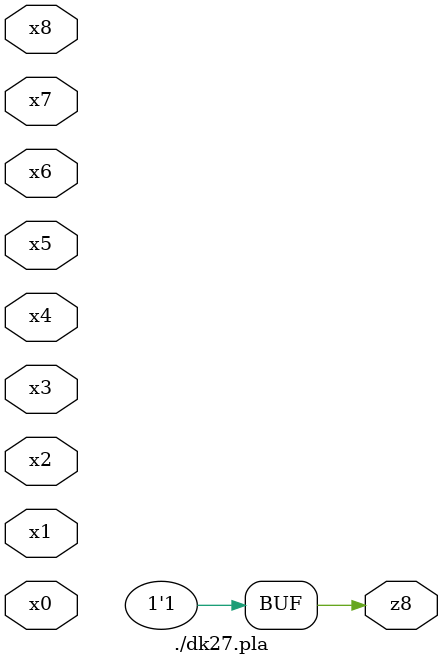
<source format=v>

module \./dk27.pla  ( 
    x0, x1, x2, x3, x4, x5, x6, x7, x8,
    z8  );
  input  x0, x1, x2, x3, x4, x5, x6, x7, x8;
  output z8;
  assign z8 = 1'b1;
endmodule



</source>
